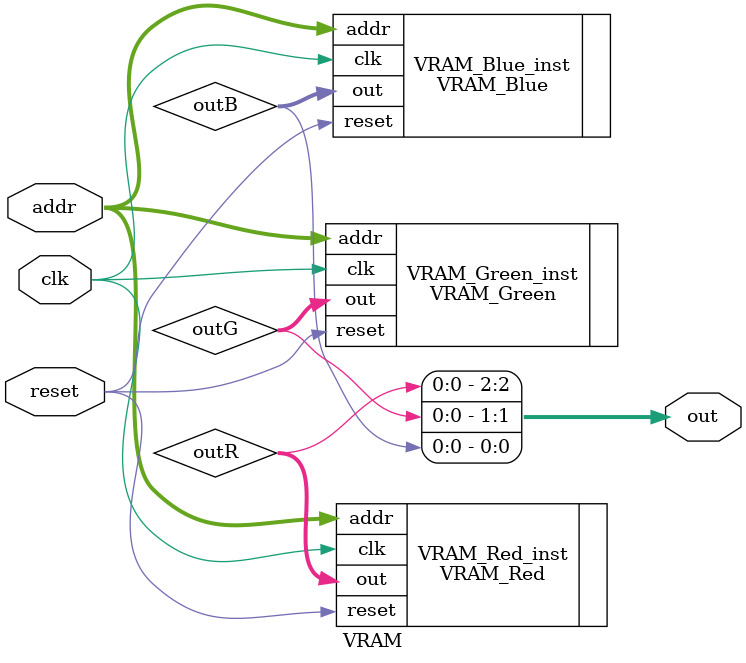
<source format=v>
module VRAM(addr, clk, reset, out);
    input clk, reset;
    input [13:0]addr;
    output [2:0] out;

    wire [31:0] outR, outG, outB;

    VRAM_Red VRAM_Red_inst(.addr(addr),
                           .reset(reset),
                           .clk(clk),
                           .out(outR)
                           );

    VRAM_Green VRAM_Green_inst(.addr(addr),
                           .clk(clk),
                           .reset(reset),
                           .out(outG)
                           );

    VRAM_Blue VRAM_Blue_inst(.addr(addr),
                           .reset(reset),
                           .clk(clk),
                           .out(outB)
                           );

    assign out = {outR[0], outG[0], outB[0]};
endmodule
</source>
